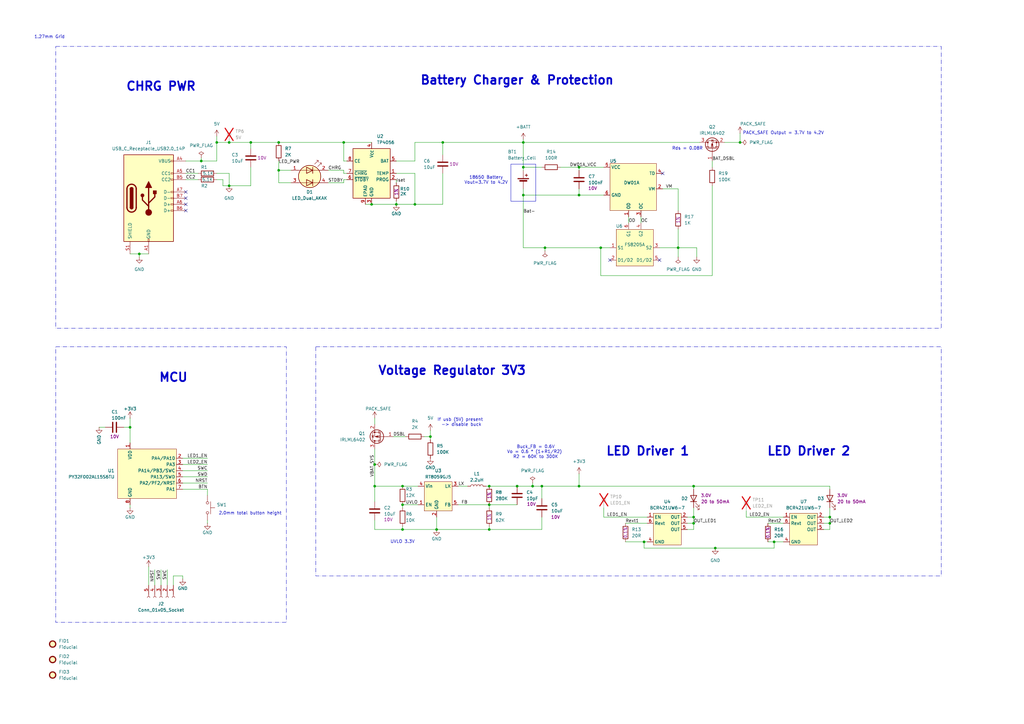
<source format=kicad_sch>
(kicad_sch (version 20250114) (generator "eeschema") (generator_version "9.0")
  (paper "A3")
  (title_block (title "Photon ") (date "2025-12-31") (rev "5") (company "Bike LED Schematic"))
  (lib_symbols
    (symbol "Battery_Management:TP4056-42-ESOP8"
      (property "Reference" "U" (at -6.604 11.684 0))
      (property "Value" "TP4056-42-ESOP8" (at 10.16 11.684 0))
      (symbol "TP4056-42-ESOP8_1_0"
        (pin input line (at -10.16 5.08 0) (length 2.54) (name "CE") (number "8"))
        (pin open_collector line (at -10.16 0 0) (length 2.54) (name "~{CHRG}") (number "7"))
        (pin open_collector line (at -10.16 -2.54 0) (length 2.54) (name "~{STDBY}") (number "6"))
        (pin passive line (at -2.54 -12.7 90) (length 2.54) (name "EPAD") (number "9"))
        (pin power_in line (at 0 12.7 270) (length 2.54) (name "V_{CC}") (number "4"))
        (pin power_in line (at 0 -12.7 90) (length 2.54) (name "GND") (number "3"))
        (pin power_out line (at 10.16 5.08 180) (length 2.54) (name "BAT") (number "5"))
        (pin input line (at 10.16 0 180) (length 2.54) (name "TEMP") (number "1"))
        (pin passive line (at 10.16 -2.54 180) (length 2.54) (name "PROG") (number "2"))
      )
    )
    (symbol "Connector:Conn_01x05_Socket" (pin_names (offset 1.016) (hide yes))
      (property "Reference" "J" (at 0 7.62 0))
      (property "Value" "Conn_01x05_Socket" (at 0 -7.62 0))
      (symbol "Conn_01x05_Socket_1_1"
        (pin passive line (at -5.08 5.08 0) (length 3.81) (name "Pin_1") (number "1"))
        (pin passive line (at -5.08 2.54 0) (length 3.81) (name "Pin_2") (number "2"))
        (pin passive line (at -5.08 0 0) (length 3.81) (name "Pin_3") (number "3"))
        (pin passive line (at -5.08 -2.54 0) (length 3.81) (name "Pin_4") (number "4"))
        (pin passive line (at -5.08 -5.08 0) (length 3.81) (name "Pin_5") (number "5"))
      )
    )
    (symbol "Connector:TestPoint" (pin_numbers (hide yes)) (pin_names (offset 0.762) (hide yes))
      (property "Reference" "TP" (at 0 6.858 0))
      (property "Value" "TestPoint" (at 0 5.08 0))
      (symbol "TestPoint_1_1"
        (pin passive line (at 0 0 90) (length 2.54) (name "1") (number "1"))
      )
    )
    (symbol "Connector:USB_C_Receptacle_USB2.0_14P" (pin_names (offset 1.016))
      (property "Reference" "J" (at 0 22.225 0))
      (property "Value" "USB_C_Receptacle_USB2.0_14P" (at 0 19.685 0))
      (symbol "USB_C_Receptacle_USB2.0_14P_1_1"
        (pin passive line (at -7.62 -22.86 90) (length 5.08) (name "SHIELD") (number "S1"))
        (pin passive line (at 0 -22.86 90) (length 5.08) (name "GND") (number "A1"))
        (pin passive line (at 0 -22.86 90) (length 5.08) (hide yes) (name "GND") (number "A12"))
        (pin passive line (at 0 -22.86 90) (length 5.08) (hide yes) (name "GND") (number "B1"))
        (pin passive line (at 0 -22.86 90) (length 5.08) (hide yes) (name "GND") (number "B12"))
        (pin passive line (at 15.24 15.24 180) (length 5.08) (name "VBUS") (number "A4"))
        (pin passive line (at 15.24 15.24 180) (length 5.08) (hide yes) (name "VBUS") (number "A9"))
        (pin passive line (at 15.24 15.24 180) (length 5.08) (hide yes) (name "VBUS") (number "B4"))
        (pin passive line (at 15.24 15.24 180) (length 5.08) (hide yes) (name "VBUS") (number "B9"))
        (pin bidirectional line (at 15.24 10.16 180) (length 5.08) (name "CC1") (number "A5"))
        (pin bidirectional line (at 15.24 7.62 180) (length 5.08) (name "CC2") (number "B5"))
        (pin bidirectional line (at 15.24 2.54 180) (length 5.08) (name "D-") (number "A7"))
        (pin bidirectional line (at 15.24 0 180) (length 5.08) (name "D-") (number "B7"))
        (pin bidirectional line (at 15.24 -2.54 180) (length 5.08) (name "D+") (number "A6"))
        (pin bidirectional line (at 15.24 -5.08 180) (length 5.08) (name "D+") (number "B6"))
      )
    )
    (symbol "Device:Battery_Cell" (pin_numbers (hide yes)) (pin_names (offset 0) (hide yes))
      (property "Reference" "BT" (at 2.54 2.54 0))
      (property "Value" "Battery_Cell" (at 2.54 0 0))
      (symbol "Battery_Cell_1_1"
        (pin passive line (at 0 5.08 270) (length 2.54) (name "+") (number "1"))
        (pin passive line (at 0 -2.54 90) (length 2.54) (name "-") (number "2"))
      )
    )
    (symbol "Device:C" (pin_numbers (hide yes)) (pin_names (offset 0.254))
      (property "Reference" "C" (at 0.635 2.54 0))
      (property "Value" "C" (at 0.635 -2.54 0))
      (symbol "C_1_1"
        (pin passive line (at 0 3.81 270) (length 2.794) (name "~") (number "1"))
        (pin passive line (at 0 -3.81 90) (length 2.794) (name "~") (number "2"))
      )
    )
    (symbol "Device:L" (pin_numbers (hide yes)) (pin_names (offset 1.016) (hide yes))
      (property "Reference" "L" (at -1.27 0 90))
      (property "Value" "L" (at 1.905 0 90))
      (symbol "L_1_1"
        (pin passive line (at 0 3.81 270) (length 1.27) (name "1") (number "1"))
        (pin passive line (at 0 -3.81 90) (length 1.27) (name "2") (number "2"))
      )
    )
    (symbol "Device:LED" (pin_numbers (hide yes)) (pin_names (offset 1.016) (hide yes))
      (property "Reference" "D" (at 0 2.54 0))
      (property "Value" "LED" (at 0 -2.54 0))
      (symbol "LED_1_1"
        (pin passive line (at -3.81 0 0) (length 2.54) (name "K") (number "1"))
        (pin passive line (at 3.81 0 180) (length 2.54) (name "A") (number "2"))
      )
    )
    (symbol "Device:LED_Dual_AKAK" (pin_names (offset 0) (hide yes))
      (property "Reference" "D1" (at 0 -6.35 0))
      (property "Value" "LED_Dual_AKAK" (at 0 -8.89 0))
      (symbol "LED_Dual_AKAK_1_1"
        (pin input line (at -7.62 2.54 0) (length 3.048) (name "A1") (number "1"))
        (pin input line (at -7.62 -2.54 0) (length 3.048) (name "A2") (number "3"))
        (pin passive line (at 7.62 2.54 180) (length 3.81) (name "K1") (number "2"))
        (pin passive line (at 7.62 -2.54 180) (length 3.81) (name "K2") (number "4"))
      )
    )
    (symbol "Device:R" (pin_numbers (hide yes)) (pin_names (offset 0))
      (property "Reference" "R" (at 2.032 0 90))
      (property "Value" "R" (at 0 0 90))
      (symbol "R_1_1"
        (pin passive line (at 0 3.81 270) (length 1.27) (name "~") (number "1"))
        (pin passive line (at 0 -3.81 90) (length 1.27) (name "~") (number "2"))
      )
    )
    (symbol "Mechanical:Fiducial" (in_bom no)
      (property "Reference" "FID" (at 0 5.08 0))
      (property "Value" "Fiducial" (at 0 3.175 0))
    )
    (symbol "Photon:BCR420UW6-7"
      (property "Reference" "U" (at -5.588 6.35 0))
      (symbol "BCR420UW6-7_1_1"
        (pin input line (at -8.89 3.81 0) (length 2.54) (name "EN") (number "1"))
        (pin input line (at -8.89 1.27 0) (length 2.54) (name "Rext") (number "6"))
        (pin power_in line (at -8.89 -6.35 0) (length 2.54) (name "GND") (number "4"))
        (pin output line (at 7.62 3.81 180) (length 2.54) (name "OUT") (number "2"))
        (pin passive line (at 7.62 1.27 180) (length 2.54) (name "OUT") (number "3"))
        (pin passive line (at 7.62 -1.27 180) (length 2.54) (name "OUT") (number "5"))
      )
    )
    (symbol "Photon:DW01A"
      (property "Reference" "U" (at -3.048 8.89 0))
      (symbol "DW01A_1_1"
        (pin passive line (at -6.35 6.35 0) (length 2.54) (name "VCC") (number "5"))
        (pin passive line (at -6.35 -5.08 0) (length 2.54) (name "GND") (number "6"))
        (pin passive line (at 3.81 -13.97 90) (length 2.54) (name "OD") (number "1"))
        (pin passive line (at 8.89 -13.97 90) (length 2.54) (name "OC") (number "3"))
        (pin passive line (at 17.78 3.81 180) (length 2.54) (name "TD") (number "4"))
        (pin passive line (at 17.78 -2.54 180) (length 2.54) (name "VM") (number "2"))
      )
    )
    (symbol "Photon:FS8205A"
      (property "Reference" "U" (at -7.112 8.636 0))
      (symbol "FS8205A_1_1"
        (pin passive line (at -10.16 0 0) (length 2.54) (name "S1") (number "1"))
        (pin passive line (at -10.16 -5.08 0) (length 2.54) (name "D1/D2") (number "2"))
        (pin input line (at -2.54 10.16 270) (length 2.54) (name "G1") (number "6"))
        (pin input line (at 2.54 10.16 270) (length 2.54) (name "G2") (number "4"))
        (pin passive line (at 10.16 0 180) (length 2.54) (name "S2") (number "3"))
        (pin passive line (at 10.16 -5.08 180) (length 2.54) (name "D1/D2") (number "5"))
      )
    )
    (symbol "Photon:PY32F002AL15S6TU"
      (property "Reference" "U" (at 0.254 2.032 0))
      (symbol "PY32F002AL15S6TU_0_0"
        (pin power_in line (at 5.08 2.54 270) (length 2.54) (name "VDD") (number "1"))
        (pin power_in line (at 5.08 -22.86 90) (length 2.54) (name "GND") (number "8"))
        (pin bidirectional line (at 26.67 -6.35 180) (length 2.54) (name "PA3") (number "3"))
        (pin bidirectional line (at 26.67 -16.51 180) (length 2.54) (name "PA1") (number "7"))
      )
      (symbol "PY32F002AL15S6TU_1_0"
        (pin bidirectional line (at 26.67 -3.81 180) (length 2.54) (name "PA4/PA10") (number "2"))
        (pin bidirectional line (at 26.67 -8.89 180) (length 2.54) (name "PA14/PB3/SWC") (number "4"))
        (pin bidirectional line (at 26.67 -11.43 180) (length 2.54) (name "PA13/SWD") (number "5"))
        (pin bidirectional line (at 26.67 -13.97 180) (length 2.54) (name "PA2/PF2/NRST") (number "6"))
      )
    )
    (symbol "Photon:RT8059GJ5"
      (property "Reference" "U" (at -3.556 5.334 0))
      (symbol "RT8059GJ5_1_1"
        (pin power_in line (at -7.62 2.54 0) (length 2.54) (name "Vin") (number "4"))
        (pin input line (at -7.62 -5.08 0) (length 2.54) (name "EN") (number "1"))
        (pin power_in line (at 0 -10.16 90) (length 2.54) (name "GND") (number "2"))
        (pin power_out line (at 8.89 2.54 180) (length 2.54) (name "LX") (number "3"))
        (pin input line (at 8.89 -5.08 180) (length 2.54) (name "FB") (number "5"))
      )
    )
    (symbol "Switch:SW_Push" (pin_numbers (hide yes)) (pin_names (offset 1.016) (hide yes))
      (property "Reference" "SW" (at 1.27 2.54 0))
      (property "Value" "SW_Push" (at 0 -1.524 0))
      (symbol "SW_Push_0_1"
        (pin passive line (at -5.08 0 0) (length 2.54) (name "1") (number "1"))
        (pin passive line (at 5.08 0 180) (length 2.54) (name "2") (number "2"))
      )
    )
    (symbol "Transistor_FET:IRLML6402" (pin_names (hide yes))
      (property "Reference" "Q" (at 5.08 1.905 0))
      (property "Value" "IRLML6402" (at 5.08 0 0))
      (symbol "IRLML6402_1_1"
        (pin input line (at -5.08 0 0) (length 2.54) (name "G") (number "1"))
        (pin passive line (at 2.54 5.08 270) (length 2.54) (name "D") (number "3"))
        (pin passive line (at 2.54 -5.08 90) (length 2.54) (name "S") (number "2"))
      )
    )
    (symbol "power:+3V3" (power) (pin_numbers (hide yes)) (pin_names (offset 0) (hide yes))
      (property "Value" "+3V3" (at 0 3.556 0))
      (symbol "+3V3_1_1"
        (pin power_in line (at 0 0 90) (length 0) (name "~") (number "1"))
      )
    )
    (symbol "power:+BATT" (power) (pin_numbers (hide yes)) (pin_names (offset 0) (hide yes))
      (property "Value" "+BATT" (at 0 3.556 0))
      (symbol "+BATT_1_1"
        (pin power_in line (at 0 0 90) (length 0) (name "~") (number "1"))
      )
    )
    (symbol "power:GND" (power) (pin_numbers (hide yes)) (pin_names (offset 0) (hide yes))
      (property "Value" "GND" (at 0 -3.81 0))
      (symbol "GND_1_1"
        (pin power_in line (at 0 0 270) (length 0) (name "~") (number "1"))
      )
    )
    (symbol "power:PWR_FLAG" (power) (pin_numbers (hide yes)) (pin_names (offset 0) (hide yes))
      (property "Value" "PWR_FLAG" (at 0 3.81 0))
      (symbol "PWR_FLAG_0_0"
        (pin power_out line (at 0 0 90) (length 0) (name "~") (number "1"))
      )
    )
    (symbol "power:VCC" (power) (pin_numbers (hide yes)) (pin_names (offset 0) (hide yes))
      (property "Value" "VCC" (at 0 3.556 0))
      (symbol "VCC_1_1"
        (pin power_in line (at 0 0 90) (length 0) (name "~") (number "1"))
      )
    )
  )
  (rectangle (start 22.86 19.05) (end 386.08 134.62) (stroke (width 0) (type dash_dot)))
  (rectangle (start 209.55 67.31) (end 219.71 82.55))
  (rectangle (start 129.54 142.24) (end 386.08 236.22) (stroke (width 0) (type dash_dot)))
  (rectangle (start 22.86 142.24) (end 117.475 255.27) (stroke (width 0) (type dash_dot)))
  (text "2.0mm total button height\n" (at 102.616 210.566 0) (effects (font (size 1.27 1.27))))
  (text "CHRG PWR\n" (at 66.04 35.56 0) (effects (font (size 3.54 3.54) (thickness 0.708) (bold yes))))
  (text "Battery Charger & Protection" (at 212.09 33.02 0) (effects (font (size 3.54 3.54) (thickness 0.708) (bold yes))))
  (text "Voltage Regulator 3V3\n\n" (at 185.42 154.94 0) (effects (font (size 3.54 3.54) (thickness 0.708) (bold yes))))
  (text "UVLO 3.3V\n" (at 165.1 222.25 0) (effects (font (size 1.27 1.27))))
  (text "If usb (5V) present \n-> disable buck" (at 189.23 173.228 0) (effects (font (size 1.27 1.27))))
  (text "MCU" (at 71.12 154.94 0) (effects (font (size 3.54 3.54) (thickness 0.708) (bold yes))))
  (text "LED Driver 2\n" (at 331.724 185.166 0) (effects (font (size 3.54 3.54) (thickness 0.708) (bold yes))))
  (text "LED Driver 1\n" (at 265.684 185.166 0) (effects (font (size 3.54 3.54) (thickness 0.708) (bold yes))))
  (text "18650 Battery\nVout=3.7V to 4.2V\n\n" (at 199.39 74.93 0) (effects (font (size 1.27 1.27))))
  (text "Rds = 0.08R\n" (at 281.94 60.96 0) (effects (font (size 1.27 1.27))))
  (text "1.27mm Grid\n" (at 20.32 15.24 0) (effects (font (size 1.27 1.27))))
  (text "PACK_SAFE Output = 3.7V to 4.2V" (at 321.31 54.61 0) (effects (font (size 1.27 1.27))))
  (text "Buck_FB = 0.6V\nVo = 0.6 * (1+R1/R2) \nR2 = 60K to 300K" (at 219.71 185.42 0) (effects (font (size 1.27 1.27))))
  (junction (at 165.1 207.01))
  (junction (at 53.34 175.26))
  (junction (at 246.38 101.6))
  (junction (at 114.3 69.85))
  (junction (at 153.67 190.5))
  (junction (at 200.66 199.39))
  (junction (at 284.48 212.09))
  (junction (at 237.49 199.39))
  (junction (at 82.55 66.04))
  (junction (at 317.5 222.25))
  (junction (at 340.36 214.63))
  (junction (at 153.67 199.39))
  (junction (at 88.9 58.42))
  (junction (at 162.56 83.82))
  (junction (at 165.1 217.17))
  (junction (at 212.09 199.39))
  (junction (at 237.49 68.58))
  (junction (at 278.13 101.6))
  (junction (at 284.48 214.63))
  (junction (at 214.63 68.58))
  (junction (at 214.63 80.01))
  (junction (at 214.63 58.42))
  (junction (at 200.66 207.01))
  (junction (at 293.37 224.79))
  (junction (at 200.66 217.17))
  (junction (at 223.52 101.6))
  (junction (at 179.07 217.17))
  (junction (at 222.25 199.39))
  (junction (at 114.3 58.42))
  (junction (at 237.49 80.01))
  (junction (at 181.61 58.42))
  (junction (at 152.4 83.82))
  (junction (at 140.97 58.42))
  (junction (at 102.87 58.42))
  (junction (at 165.1 199.39))
  (junction (at 93.98 58.42))
  (junction (at 284.48 199.39))
  (junction (at 170.18 83.82))
  (junction (at 57.15 104.14))
  (junction (at 264.16 222.25))
  (junction (at 303.53 58.42))
  (junction (at 340.36 212.09))
  (junction (at 93.98 76.2))
  (junction (at 218.44 199.39))
  (junction (at 176.53 179.07))
  (no_connect (at 76.2 78.74))
  (no_connect (at 76.2 81.28))
  (no_connect (at 250.19 106.68))
  (no_connect (at 76.2 83.82))
  (no_connect (at 270.51 106.68))
  (no_connect (at 271.78 71.12))
  (no_connect (at 76.2 86.36))
  (wire (pts (xy 93.98 58.42) (xy 102.87 58.42)))
  (wire (pts (xy 142.24 71.12) (xy 140.97 71.12)))
  (wire (pts (xy 149.86 83.82) (xy 152.4 83.82)))
  (wire (pts (xy 165.1 199.39) (xy 171.45 199.39)))
  (wire (pts (xy 292.1 113.03) (xy 292.1 76.2)))
  (wire (pts (xy 153.67 171.45) (xy 153.67 173.99)))
  (wire (pts (xy 166.37 179.07) (xy 161.29 179.07)))
  (wire (pts (xy 74.93 190.5) (xy 85.09 190.5)))
  (wire (pts (xy 256.54 214.63) (xy 265.43 214.63)))
  (wire (pts (xy 340.36 199.39) (xy 340.36 200.66)))
  (wire (pts (xy 270.51 101.6) (xy 278.13 101.6)))
  (wire (pts (xy 214.63 58.42) (xy 214.63 68.58)))
  (wire (pts (xy 74.93 237.49) (xy 74.93 236.22)))
  (wire (pts (xy 264.16 222.25) (xy 265.43 222.25)))
  (wire (pts (xy 57.15 104.14) (xy 60.96 104.14)))
  (wire (pts (xy 53.34 104.14) (xy 57.15 104.14)))
  (wire (pts (xy 102.87 58.42) (xy 102.87 60.96)))
  (wire (pts (xy 200.66 199.39) (xy 212.09 199.39)))
  (wire (pts (xy 246.38 113.03) (xy 292.1 113.03)))
  (wire (pts (xy 237.49 68.58) (xy 247.65 68.58)))
  (wire (pts (xy 293.37 224.79) (xy 317.5 224.79)))
  (wire (pts (xy 303.53 54.61) (xy 303.53 58.42)))
  (wire (pts (xy 214.63 80.01) (xy 214.63 101.6)))
  (wire (pts (xy 162.56 83.82) (xy 170.18 83.82)))
  (wire (pts (xy 165.1 207.01) (xy 171.45 207.01)))
  (wire (pts (xy 165.1 208.28) (xy 165.1 207.01)))
  (wire (pts (xy 229.87 68.58) (xy 237.49 68.58)))
  (wire (pts (xy 284.48 214.63) (xy 281.94 214.63)))
  (wire (pts (xy 214.63 58.42) (xy 287.02 58.42)))
  (wire (pts (xy 153.67 190.5) (xy 153.67 199.39)))
  (wire (pts (xy 257.81 88.9) (xy 257.81 91.44)))
  (wire (pts (xy 179.07 217.17) (xy 179.07 212.09)))
  (wire (pts (xy 284.48 212.09) (xy 281.94 212.09)))
  (wire (pts (xy 284.48 212.09) (xy 284.48 214.63)))
  (wire (pts (xy 76.2 73.66) (xy 81.28 73.66)))
  (wire (pts (xy 271.78 77.47) (xy 278.13 77.47)))
  (wire (pts (xy 218.44 199.39) (xy 222.25 199.39)))
  (wire (pts (xy 246.38 101.6) (xy 250.19 101.6)))
  (wire (pts (xy 314.96 222.25) (xy 317.5 222.25)))
  (wire (pts (xy 292.1 68.58) (xy 292.1 66.04)))
  (wire (pts (xy 102.87 76.2) (xy 93.98 76.2)))
  (wire (pts (xy 200.66 207.01) (xy 212.09 207.01)))
  (wire (pts (xy 85.09 195.58) (xy 74.93 195.58)))
  (wire (pts (xy 140.97 58.42) (xy 152.4 58.42)))
  (wire (pts (xy 297.18 58.42) (xy 303.53 58.42)))
  (wire (pts (xy 57.15 105.41) (xy 57.15 104.14)))
  (wire (pts (xy 165.1 217.17) (xy 179.07 217.17)))
  (wire (pts (xy 278.13 86.36) (xy 278.13 77.47)))
  (wire (pts (xy 74.93 200.66) (xy 85.09 200.66)))
  (wire (pts (xy 214.63 80.01) (xy 237.49 80.01)))
  (wire (pts (xy 74.93 187.96) (xy 85.09 187.96)))
  (wire (pts (xy 278.13 101.6) (xy 278.13 105.41)))
  (wire (pts (xy 165.1 217.17) (xy 165.1 215.9)))
  (wire (pts (xy 200.66 217.17) (xy 200.66 215.9)))
  (wire (pts (xy 162.56 74.93) (xy 162.56 73.66)))
  (wire (pts (xy 76.2 66.04) (xy 82.55 66.04)))
  (wire (pts (xy 317.5 222.25) (xy 321.31 222.25)))
  (wire (pts (xy 181.61 58.42) (xy 181.61 63.5)))
  (wire (pts (xy 74.93 193.04) (xy 85.09 193.04)))
  (wire (pts (xy 82.55 66.04) (xy 88.9 66.04)))
  (wire (pts (xy 88.9 58.42) (xy 93.98 58.42)))
  (wire (pts (xy 237.49 199.39) (xy 284.48 199.39)))
  (wire (pts (xy 284.48 208.28) (xy 284.48 212.09)))
  (wire (pts (xy 187.96 199.39) (xy 191.77 199.39)))
  (wire (pts (xy 214.63 68.58) (xy 222.25 68.58)))
  (wire (pts (xy 91.44 73.66) (xy 88.9 73.66)))
  (wire (pts (xy 176.53 176.53) (xy 176.53 179.07)))
  (wire (pts (xy 71.12 236.22) (xy 71.12 240.03)))
  (wire (pts (xy 212.09 199.39) (xy 218.44 199.39)))
  (wire (pts (xy 340.36 208.28) (xy 340.36 212.09)))
  (wire (pts (xy 247.65 212.09) (xy 265.43 212.09)))
  (wire (pts (xy 134.62 74.93) (xy 140.97 74.93)))
  (wire (pts (xy 91.44 76.2) (xy 91.44 73.66)))
  (wire (pts (xy 187.96 207.01) (xy 200.66 207.01)))
  (wire (pts (xy 140.97 58.42) (xy 140.97 66.04)))
  (wire (pts (xy 93.98 76.2) (xy 93.98 71.12)))
  (wire (pts (xy 256.54 222.25) (xy 264.16 222.25)))
  (wire (pts (xy 119.38 69.85) (xy 114.3 69.85)))
  (wire (pts (xy 82.55 64.77) (xy 82.55 66.04)))
  (wire (pts (xy 306.07 209.55) (xy 306.07 212.09)))
  (wire (pts (xy 223.52 101.6) (xy 223.52 102.87)))
  (wire (pts (xy 152.4 83.82) (xy 162.56 83.82)))
  (wire (pts (xy 278.13 93.98) (xy 278.13 101.6)))
  (wire (pts (xy 214.63 68.58) (xy 214.63 69.85)))
  (wire (pts (xy 85.09 203.2) (xy 85.09 200.66)))
  (wire (pts (xy 176.53 180.34) (xy 176.53 179.07)))
  (wire (pts (xy 91.44 76.2) (xy 93.98 76.2)))
  (wire (pts (xy 53.34 171.45) (xy 53.34 175.26)))
  (wire (pts (xy 170.18 83.82) (xy 181.61 83.82)))
  (wire (pts (xy 218.44 198.12) (xy 218.44 199.39)))
  (wire (pts (xy 88.9 71.12) (xy 93.98 71.12)))
  (wire (pts (xy 317.5 224.79) (xy 317.5 222.25)))
  (wire (pts (xy 285.75 101.6) (xy 285.75 105.41)))
  (wire (pts (xy 102.87 58.42) (xy 114.3 58.42)))
  (wire (pts (xy 50.8 175.26) (xy 53.34 175.26)))
  (wire (pts (xy 140.97 71.12) (xy 140.97 69.85)))
  (wire (pts (xy 88.9 55.88) (xy 88.9 58.42)))
  (wire (pts (xy 200.66 208.28) (xy 200.66 207.01)))
  (wire (pts (xy 199.39 199.39) (xy 200.66 199.39)))
  (wire (pts (xy 88.9 58.42) (xy 88.9 66.04)))
  (wire (pts (xy 284.48 214.63) (xy 284.48 217.17)))
  (wire (pts (xy 214.63 77.47) (xy 214.63 80.01)))
  (wire (pts (xy 170.18 66.04) (xy 170.18 58.42)))
  (wire (pts (xy 40.64 175.26) (xy 43.18 175.26)))
  (wire (pts (xy 162.56 71.12) (xy 170.18 71.12)))
  (wire (pts (xy 153.67 205.74) (xy 153.67 199.39)))
  (wire (pts (xy 181.61 58.42) (xy 214.63 58.42)))
  (wire (pts (xy 140.97 73.66) (xy 142.24 73.66)))
  (wire (pts (xy 340.36 217.17) (xy 337.82 217.17)))
  (wire (pts (xy 246.38 101.6) (xy 246.38 113.03)))
  (wire (pts (xy 173.99 179.07) (xy 176.53 179.07)))
  (wire (pts (xy 170.18 71.12) (xy 170.18 83.82)))
  (wire (pts (xy 222.25 217.17) (xy 222.25 212.09)))
  (wire (pts (xy 264.16 224.79) (xy 293.37 224.79)))
  (wire (pts (xy 237.49 194.31) (xy 237.49 199.39)))
  (wire (pts (xy 284.48 199.39) (xy 340.36 199.39)))
  (wire (pts (xy 119.38 74.93) (xy 114.3 74.93)))
  (wire (pts (xy 222.25 199.39) (xy 237.49 199.39)))
  (wire (pts (xy 340.36 212.09) (xy 340.36 214.63)))
  (wire (pts (xy 134.62 69.85) (xy 140.97 69.85)))
  (wire (pts (xy 140.97 66.04) (xy 142.24 66.04)))
  (wire (pts (xy 340.36 212.09) (xy 337.82 212.09)))
  (wire (pts (xy 222.25 204.47) (xy 222.25 199.39)))
  (wire (pts (xy 53.34 207.01) (xy 53.34 208.28)))
  (wire (pts (xy 340.36 214.63) (xy 340.36 217.17)))
  (wire (pts (xy 74.93 236.22) (xy 71.12 236.22)))
  (wire (pts (xy 262.89 88.9) (xy 262.89 91.44)))
  (wire (pts (xy 314.96 214.63) (xy 321.31 214.63)))
  (wire (pts (xy 53.34 175.26) (xy 53.34 181.61)))
  (wire (pts (xy 340.36 214.63) (xy 337.82 214.63)))
  (wire (pts (xy 162.56 83.82) (xy 162.56 82.55)))
  (wire (pts (xy 237.49 68.58) (xy 237.49 69.85)))
  (wire (pts (xy 85.09 198.12) (xy 74.93 198.12)))
  (wire (pts (xy 278.13 101.6) (xy 285.75 101.6)))
  (wire (pts (xy 170.18 58.42) (xy 181.61 58.42)))
  (wire (pts (xy 85.09 214.63) (xy 85.09 213.36)))
  (wire (pts (xy 214.63 57.15) (xy 214.63 58.42)))
  (wire (pts (xy 114.3 58.42) (xy 140.97 58.42)))
  (wire (pts (xy 66.04 233.68) (xy 66.04 240.03)))
  (wire (pts (xy 114.3 66.04) (xy 114.3 69.85)))
  (wire (pts (xy 153.67 184.15) (xy 153.67 190.5)))
  (wire (pts (xy 114.3 69.85) (xy 114.3 74.93)))
  (wire (pts (xy 63.5 233.68) (xy 63.5 240.03)))
  (wire (pts (xy 102.87 68.58) (xy 102.87 76.2)))
  (wire (pts (xy 179.07 217.17) (xy 200.66 217.17)))
  (wire (pts (xy 237.49 80.01) (xy 247.65 80.01)))
  (wire (pts (xy 264.16 224.79) (xy 264.16 222.25)))
  (wire (pts (xy 153.67 217.17) (xy 165.1 217.17)))
  (wire (pts (xy 284.48 217.17) (xy 281.94 217.17)))
  (wire (pts (xy 60.96 232.41) (xy 60.96 240.03)))
  (wire (pts (xy 76.2 71.12) (xy 81.28 71.12)))
  (wire (pts (xy 153.67 217.17) (xy 153.67 213.36)))
  (wire (pts (xy 247.65 208.28) (xy 247.65 212.09)))
  (wire (pts (xy 284.48 199.39) (xy 284.48 200.66)))
  (wire (pts (xy 237.49 77.47) (xy 237.49 80.01)))
  (wire (pts (xy 200.66 217.17) (xy 222.25 217.17)))
  (wire (pts (xy 181.61 83.82) (xy 181.61 71.12)))
  (wire (pts (xy 68.58 233.68) (xy 68.58 240.03)))
  (wire (pts (xy 306.07 212.09) (xy 321.31 212.09)))
  (wire (pts (xy 153.67 199.39) (xy 165.1 199.39)))
  (wire (pts (xy 223.52 101.6) (xy 214.63 101.6)))
  (wire (pts (xy 223.52 101.6) (xy 246.38 101.6)))
  (wire (pts (xy 162.56 66.04) (xy 170.18 66.04)))
  (wire (pts (xy 140.97 74.93) (xy 140.97 73.66)))
  (label "OUT_LED2" (at 340.36 214.63 0))
  (label "FB" (at 189.23 207.01 0))
  (label "VBAT_SYS" (at 153.67 195.58 90))
  (label "BAT_DSBL" (at 292.1 66.04 0))
  (label "LED_PWR" (at 114.3 67.31 0))
  (label "DW01A_VCC" (at 233.68 68.58 0))
  (label "VM" (at 273.05 77.47 0))
  (label "UVLO" (at 166.37 207.01 0))
  (label "Rext2" (at 314.96 214.63 0))
  (label "OC" (at 262.89 91.44 0))
  (label "Rext1" (at 256.54 214.63 0))
  (label "SWC" (at 68.58 233.68 270))
  (label "SWD" (at 85.09 195.58 180))
  (label "Iset" (at 162.56 74.93 0))
  (label "NRST" (at 85.09 198.12 180))
  (label "LX" (at 187.96 199.39 0))
  (label "Bat-" (at 214.63 87.63 0))
  (label "STDBY" (at 134.62 74.93 0))
  (label "LED1_EN" (at 248.92 212.09 0))
  (label "NRST" (at 63.5 233.68 270))
  (label "OD" (at 257.81 91.44 0))
  (label "LED2_EN" (at 85.09 190.5 180))
  (label "CC2" (at 76.2 73.66 0))
  (label "SWC" (at 85.09 193.04 180))
  (label "OUT_LED1" (at 284.48 214.63 0))
  (label "SWD" (at 66.04 233.68 270))
  (label "CHRG" (at 134.62 69.85 0))
  (label "LED2_EN" (at 307.34 212.09 0))
  (label "DSBL" (at 161.29 179.07 0))
  (label "LED1_EN" (at 85.09 187.96 180))
  (label "BTN" (at 85.09 200.66 180))
  (label "CC1" (at 76.2 71.12 0))
  (symbol (lib_id "Photon:RT8059GJ5") (at 179.07 201.93 0) (unit 1)
    (property "Reference" "U3" (at 179.705 193.04 0))
    (property "Value" "RT8059GJ5" (at 179.705 195.58 0))
    (property "Footprint" "Package_TO_SOT_SMD:SOT-23-5" (effects (hide yes)))
    (property "Datasheet" "https://jlcpcb.com/api/file/downloadByFileSystemAccessId/8586172157412192256" (effects (hide yes)))
    (property "Supplier " "https://jlcpcb.com/partdetail/RichtekTech-RT8059GJ5/C20542" (effects (hide yes)))
  )
  (symbol (lib_id "Device:R") (at 256.54 218.44 0) (unit 1)
    (property "Reference" "R13" (at 259.08 217.1699 0) (effects (justify left)))
    (property "Value" "20R" (at 259.08 219.7099 0) (effects (justify left)))
    (property "Footprint" "Resistor_SMD:R_0603_1608Metric" (effects (hide yes)))
    (property "Datasheet" "https://jlcpcb.com/partdetail/YAGEO-RT0603BRD076R65L/C861543" (effects (hide yes)))
    (property "Description" "Resistor" (effects (hide yes)))
    (property "Tolerance " "0.1%" (at 256.54 218.44 90))
  )
  (symbol (lib_id "Battery_Management:TP4056-42-ESOP8") (at 152.4 71.12 0) (unit 1)
    (property "Reference" "U2" (at 154.5433 55.88 0) (effects (justify left)))
    (property "Value" "TP4056" (at 154.5433 58.42 0) (effects (justify left)))
    (property "Footprint" "Package_SO:SOIC-8-1EP_3.9x4.9mm_P1.27mm_EP2.41x3.3mm" (effects (hide yes)))
    (property "Datasheet" "https://www.lcsc.com/datasheet/C725790.pdf" (effects (hide yes)))
    (property "Description" "1A Standalone Linear Li-ion/LiPo single-cell battery charger, 4.2V ±1% charge voltage, VCC = 4.0..8.0V, SOIC-8 (SOP-8)" (effects (hide yes)))
  )
  (symbol (lib_id "power:GND") (at 179.07 217.17 0) (unit 1)
    (property "Reference" "#PWR017" (effects (hide yes)))
    (property "Value" "GND" (at 179.07 220.98 0))
    (property "Description" "Power symbol creates a global label with name \"GND\" , ground" (effects (hide yes)))
  )
  (symbol (lib_id "Device:C") (at 153.67 209.55 180) (unit 1)
    (property "Reference" "C2" (at 157.48 208.2799 0) (effects (justify right)))
    (property "Value" "10uF" (at 157.48 210.8199 0) (effects (justify right)))
    (property "Footprint" "Capacitor_SMD:C_0603_1608Metric" (effects (hide yes)))
    (property "Description" "Unpolarized capacitor" (effects (hide yes)))
    (property "Voltage Rating" "10V" (at 159.258 213.106 0))
  )
  (symbol (lib_id "power:GND") (at 40.64 175.26 0) (unit 1)
    (property "Reference" "#PWR04" (effects (hide yes)))
    (property "Value" "GND" (at 40.64 180.34 90))
    (property "Description" "Power symbol creates a global label with name \"GND\" , ground" (effects (hide yes)))
  )
  (symbol (lib_id "Device:R") (at 165.1 212.09 0) (unit 1)
    (property "Reference" "R6" (at 166.37 210.82 0) (effects (justify left)))
    (property "Value" "10K" (at 166.37 213.36 0) (effects (justify left)))
    (property "Footprint" "Resistor_SMD:R_0603_1608Metric" (effects (hide yes)))
    (property "Description" "Resistor" (effects (hide yes)))
  )
  (symbol (lib_id "Transistor_FET:IRLML6402") (at 156.21 179.07 180) (unit 1)
    (property "Reference" "Q1" (at 149.86 177.7999 0) (effects (justify left)))
    (property "Value" "IRLML6402" (at 149.86 180.3399 0) (effects (justify left)))
    (property "Footprint" "Package_TO_SOT_SMD:SOT-23" (effects (hide yes)))
    (property "Datasheet" "https://www.infineon.com/dgdl/irlml6402pbf.pdf?fileId=5546d462533600a401535668d5c2263c" (effects (hide yes)))
    (property "Description" "-3.7A Id, -20V Vds, 65mOhm Rds, P-Channel HEXFET Power MOSFET, SOT-23" (effects (hide yes)))
  )
  (symbol (lib_id "Device:LED") (at 284.48 204.47 90) (unit 1)
    (property "Reference" "D2" (at 279.4 204.47 90) (effects (justify right)))
    (property "Value" "LED" (effects (hide yes)))
    (property "Footprint" "Photon:3W LED 9mm" (effects (hide yes)))
    (property "Description" "Light emitting diode" (effects (hide yes)))
    (property "Sim.Pins" "1=K 2=A" (effects (hide yes)))
    (property "Vf" "3.0V" (at 289.56 203.2 90))
    (property "If" "20 to 50mA" (at 293.37 205.74 90))
  )
  (symbol (lib_id "power:GND") (at 85.09 214.63 0) (unit 1)
    (property "Reference" "#PWR09" (effects (hide yes)))
    (property "Value" "GND" (at 85.09 218.44 0))
    (property "Description" "Power symbol creates a global label with name \"GND\" , ground" (effects (hide yes)))
  )
  (symbol (lib_id "power:VCC") (at 88.9 55.88 0) (unit 1)
    (property "Reference" "#PWR05" (effects (hide yes)))
    (property "Value" "5V" (at 88.9 50.8 0))
    (property "Description" "Power symbol creates a global label with name \"VCC\"" (effects (hide yes)))
  )
  (symbol (lib_id "power:GND") (at 57.15 105.41 0) (unit 1)
    (property "Reference" "#PWR03" (effects (hide yes)))
    (property "Value" "GND" (at 57.15 110.49 0))
    (property "Description" "Power symbol creates a global label with name \"GND\" , ground" (effects (hide yes)))
  )
  (symbol (lib_id "Mechanical:Fiducial") (at 21.59 270.51 0) (unit 1) (in_bom no)
    (property "Reference" "FID2" (at 24.13 269.2399 0) (effects (justify left)))
    (property "Value" "Fiducial" (at 24.13 271.7799 0) (effects (justify left)))
    (property "Footprint" "Fiducial:Fiducial_0.5mm_Mask1.5mm" (effects (hide yes)))
    (property "Description" "Fiducial Marker" (effects (hide yes)))
  )
  (symbol (lib_id "power:GND") (at 293.37 224.79 0) (unit 1)
    (property "Reference" "#PWR029" (effects (hide yes)))
    (property "Value" "GND" (at 293.37 229.87 0))
    (property "Description" "Power symbol creates a global label with name \"GND\" , ground" (effects (hide yes)))
  )
  (symbol (lib_id "Device:R") (at 170.18 179.07 90) (unit 1)
    (property "Reference" "R4" (at 170.18 172.72 90))
    (property "Value" "2K" (at 170.18 175.26 90))
    (property "Footprint" "Resistor_SMD:R_0603_1608Metric" (effects (hide yes)))
    (property "Description" "Resistor" (effects (hide yes)))
  )
  (symbol (lib_id "power:GND") (at 93.98 76.2 0) (unit 1)
    (property "Reference" "#PWR07" (effects (hide yes)))
    (property "Value" "GND" (at 93.98 81.28 0))
    (property "Description" "Power symbol creates a global label with name \"GND\" , ground" (effects (hide yes)))
  )
  (symbol (lib_id "power:PWR_FLAG") (at 223.52 102.87 180) (unit 1)
    (property "Reference" "#FLG03" (effects (hide yes)))
    (property "Value" "PWR_FLAG" (at 223.52 107.95 0))
    (property "Description" "Special symbol for telling ERC where power comes from" (effects (hide yes)))
  )
  (symbol (lib_id "Device:R") (at 292.1 72.39 180) (unit 1)
    (property "Reference" "R19" (at 294.64 71.1199 0) (effects (justify right)))
    (property "Value" "100K" (at 294.64 73.6599 0) (effects (justify right)))
    (property "Footprint" "Resistor_SMD:R_0603_1608Metric" (effects (hide yes)))
    (property "Description" "Resistor" (effects (hide yes)))
  )
  (symbol (lib_id "Device:R") (at 165.1 203.2 0) (unit 1)
    (property "Reference" "R3" (at 166.37 200.66 0) (effects (justify left)))
    (property "Value" "12K" (at 166.37 203.2 0) (effects (justify left)))
    (property "Footprint" "Resistor_SMD:R_0603_1608Metric" (effects (hide yes)))
    (property "Description" "Resistor" (effects (hide yes)))
  )
  (symbol (lib_id "power:+BATT") (at 214.63 57.15 0) (unit 1)
    (property "Reference" "#PWR0103" (effects (hide yes)))
    (property "Value" "+BATT" (at 214.63 52.07 0))
    (property "Description" "Power symbol creates a global label with name \"+BATT\"" (effects (hide yes)))
  )
  (symbol (lib_id "Device:C") (at 102.87 64.77 180) (unit 1)
    (property "Reference" "C3" (at 94.996 63.5 0) (effects (justify right)))
    (property "Value" "10uF" (at 94.996 66.04 0) (effects (justify right)))
    (property "Footprint" "Capacitor_SMD:C_0603_1608Metric" (effects (hide yes)))
    (property "Description" "Unpolarized capacitor" (effects (hide yes)))
    (property "Voltage Rating" "10V" (at 107.442 64.77 0))
    (property "Rating" "XR5" (effects (hide yes)))
  )
  (symbol (lib_id "Device:R") (at 176.53 184.15 0) (unit 1)
    (property "Reference" "R5" (at 179.07 182.8799 0) (effects (justify left)))
    (property "Value" "100K" (at 179.07 185.4199 0) (effects (justify left)))
    (property "Footprint" "Resistor_SMD:R_0603_1608Metric" (effects (hide yes)))
    (property "Description" "Resistor" (effects (hide yes)))
  )
  (symbol (lib_id "power:+3V3") (at 53.34 171.45 0) (unit 1)
    (property "Reference" "#PWR01" (effects (hide yes)))
    (property "Value" "+3V3" (at 53.34 167.64 0))
    (property "Description" "Power symbol creates a global label with name \"+3V3\"" (effects (hide yes)))
  )
  (symbol (lib_id "Device:C") (at 181.61 67.31 180) (unit 1)
    (property "Reference" "C6" (at 173.736 66.04 0) (effects (justify right)))
    (property "Value" "10uF" (at 173.736 68.58 0) (effects (justify right)))
    (property "Footprint" "Capacitor_SMD:C_0603_1608Metric" (effects (hide yes)))
    (property "Description" "Unpolarized capacitor" (effects (hide yes)))
    (property "Voltage Rating" "10V" (at 186.182 67.31 0))
  )
  (symbol (lib_id "Transistor_FET:IRLML6402") (at 292.1 60.96 90) (unit 1)
    (property "Reference" "Q2" (at 292.1 52.07 90))
    (property "Value" "IRLML6402" (at 292.1 54.61 90))
    (property "Footprint" "Package_TO_SOT_SMD:SOT-23" (effects (hide yes)))
    (property "Datasheet" "https://www.infineon.com/dgdl/irlml6402pbf.pdf?fileId=5546d462533600a401535668d5c2263c" (effects (hide yes)))
    (property "Description" "-3.7A Id, -20V Vds, 65mOhm Rds, P-Channel HEXFET Power MOSFET, SOT-23" (effects (hide yes)))
  )
  (symbol (lib_id "Device:R") (at 314.96 218.44 0) (unit 1)
    (property "Reference" "R16" (at 317.5 217.1699 0) (effects (justify left)))
    (property "Value" "20R" (at 317.5 219.7099 0) (effects (justify left)))
    (property "Footprint" "Resistor_SMD:R_0603_1608Metric" (effects (hide yes)))
    (property "Datasheet" "https://jlcpcb.com/partdetail/YAGEO-RT0603BRD076R65L/C861543" (effects (hide yes)))
    (property "Description" "Resistor" (effects (hide yes)))
    (property "Tolerance" "0.1%" (at 314.96 218.44 90))
  )
  (symbol (lib_id "Connector:TestPoint") (at 306.07 209.55 0) (unit 1) (on_board no) (dnp yes)
    (property "Reference" "TP11" (at 308.61 204.9779 0) (effects (justify left)))
    (property "Value" "LED2_EN" (at 308.61 207.5179 0) (effects (justify left)))
    (property "Footprint" "TestPoint:TestPoint_THTPad_D1.0mm_Drill0.5mm" (effects (hide yes)))
    (property "Datasheet" "https://jlcpcb.com/api/file/downloadByFileSystemAccessId/8590894748973035520" (effects (hide yes)))
    (property "Description" "test point" (effects (hide yes)))
  )
  (symbol (lib_id "Device:R") (at 278.13 90.17 180) (unit 1)
    (property "Reference" "R17" (at 280.67 88.9 0) (effects (justify right)))
    (property "Value" "1K" (at 280.67 91.44 0) (effects (justify right)))
    (property "Footprint" "Resistor_SMD:R_0603_1608Metric" (effects (hide yes)))
    (property "Description" "Resistor" (effects (hide yes)))
    (property "Tolerance" "1%" (at 278.13 90.17 90))
  )
  (symbol (lib_id "power:+BATT") (at 303.53 54.61 0) (unit 1)
    (property "Reference" "#PWR031" (effects (hide yes)))
    (property "Value" "PACK_SAFE" (at 303.53 50.8 0) (effects (justify left)))
  )
  (symbol (lib_id "power:+3V3") (at 60.96 232.41 0) (unit 1)
    (property "Reference" "#PWR0101" (effects (hide yes)))
    (property "Value" "+3V3" (at 60.96 228.6 0))
    (property "Description" "Power symbol creates a global label with name \"+3V3\"" (effects (hide yes)))
  )
  (symbol (lib_id "Photon:FS8205A") (at 260.35 101.6 0) (unit 1)
    (property "Reference" "U6" (at 254 92.71 0))
    (property "Value" "FS8205A" (at 260.35 100.33 0))
    (property "Footprint" "Package_TO_SOT_SMD:SOT-23-6" (effects (hide yes)))
    (property "Datasheet" "https://www.lcsc.com/product-detail/C2830320.html" (effects (hide yes)))
  )
  (symbol (lib_id "power:PWR_FLAG") (at 153.67 190.5 270) (unit 1)
    (property "Reference" "#FLG04" (effects (hide yes)))
    (property "Value" "PWR_FLAG" (at 157.48 190.4999 90) (effects (justify left)))
    (property "Description" "Special symbol for telling ERC where power comes from" (effects (hide yes)))
  )
  (symbol (lib_id "power:GND") (at 53.34 208.28 0) (unit 1)
    (property "Reference" "#PWR02" (effects (hide yes)))
    (property "Value" "GND" (at 53.34 212.09 0))
    (property "Description" "Power symbol creates a global label with name \"GND\" , ground" (effects (hide yes)))
  )
  (symbol (lib_id "Device:R") (at 85.09 73.66 90) (unit 1)
    (property "Reference" "R2" (at 83.82 76.2 90))
    (property "Value" "5.1K" (at 85.09 73.66 90))
    (property "Footprint" "Resistor_SMD:R_0603_1608Metric" (effects (hide yes)))
    (property "Description" "Resistor" (effects (hide yes)))
  )
  (symbol (lib_id "Device:C") (at 237.49 73.66 180) (unit 1)
    (property "Reference" "C7" (at 241.3 72.3899 0) (effects (justify right)))
    (property "Value" "100nF" (at 241.3 74.93 0) (effects (justify right)))
    (property "Footprint" "Capacitor_SMD:C_0603_1608Metric" (effects (hide yes)))
    (property "Description" "Unpolarized capacitor" (effects (hide yes)))
    (property "Voltage Rating" "10V" (at 243.078 77.216 0))
  )
  (symbol (lib_id "Device:L") (at 195.58 199.39 90) (unit 1)
    (property "Reference" "L1" (at 195.58 194.31 90))
    (property "Value" "2.2uH" (at 195.58 196.85 90))
    (property "Footprint" "Photon:SMD 3x3mm Power Inductor" (effects (hide yes)))
    (property "Datasheet" "https://jlcpcb.com/api/file/downloadByFileSystemAccessId/8588935238940966912" (effects (hide yes)))
    (property "Description" "Inductor" (effects (hide yes)))
    (property "Supplier" "https://jlcpcb.com/partdetail/SXN_Shun_Xiang_Nuo_Elec-SM35212R2MT/C9890" (effects (hide yes)))
  )
  (symbol (lib_id "Mechanical:Fiducial") (at 21.59 264.16 0) (unit 1) (in_bom no)
    (property "Reference" "FID1" (at 24.13 262.8899 0) (effects (justify left)))
    (property "Value" "Fiducial" (at 24.13 265.4299 0) (effects (justify left)))
    (property "Footprint" "Fiducial:Fiducial_0.5mm_Mask1.5mm" (effects (hide yes)))
    (property "Description" "Fiducial Marker" (effects (hide yes)))
  )
  (symbol (lib_id "Device:R") (at 162.56 78.74 0) (unit 1)
    (property "Reference" "R10" (at 164.084 77.47 0) (effects (justify left)))
    (property "Value" "2K" (at 164.084 79.502 0) (effects (justify left)))
    (property "Footprint" "Resistor_SMD:R_0603_1608Metric" (effects (hide yes)))
    (property "Description" "Resistor" (effects (hide yes)))
    (property "Tolerance" "1%" (at 162.56 78.74 90))
  )
  (symbol (lib_id "power:GND") (at 162.56 83.82 0) (unit 1)
    (property "Reference" "#PWR024" (effects (hide yes)))
    (property "Value" "GND" (at 162.56 87.63 0))
    (property "Description" "Power symbol creates a global label with name \"GND\" , ground" (effects (hide yes)))
  )
  (symbol (lib_id "power:+3V3") (at 237.49 194.31 0) (unit 1)
    (property "Reference" "#PWR023" (effects (hide yes)))
    (property "Value" "+3V3" (at 237.49 189.23 0))
    (property "Description" "Power symbol creates a global label with name \"+3V3\"" (effects (hide yes)))
  )
  (symbol (lib_id "Photon:DW01A") (at 254 74.93 0) (unit 1)
    (property "Reference" "U5" (at 251.46 66.04 0))
    (property "Value" "DW01A" (at 259.08 74.93 0))
    (property "Footprint" "Package_TO_SOT_SMD:SOT-23-6" (effects (hide yes)))
    (property "Datasheet" "https://www.lcsc.com/product-detail/C351410.html" (effects (hide yes)))
  )
  (symbol (lib_id "power:PWR_FLAG") (at 303.53 58.42 270) (unit 1)
    (property "Reference" "#FLG06" (effects (hide yes)))
    (property "Value" "PWR_FLAG" (at 307.34 58.4199 90) (effects (justify left)))
    (property "Description" "Special symbol for telling ERC where power comes from" (effects (hide yes)))
  )
  (symbol (lib_id "Device:R") (at 114.3 62.23 0) (unit 1)
    (property "Reference" "R7" (at 116.84 60.9599 0) (effects (justify left)))
    (property "Value" "2K" (at 116.84 63.4999 0) (effects (justify left)))
    (property "Footprint" "Resistor_SMD:R_0603_1608Metric" (effects (hide yes)))
    (property "Description" "Resistor" (effects (hide yes)))
  )
  (symbol (lib_id "power:PWR_FLAG") (at 278.13 105.41 180) (unit 1)
    (property "Reference" "#FLG05" (effects (hide yes)))
    (property "Value" "PWR_FLAG" (at 278.13 110.49 0))
    (property "Description" "Special symbol for telling ERC where power comes from" (effects (hide yes)))
  )
  (symbol (lib_id "Device:R") (at 200.66 212.09 0) (unit 1)
    (property "Reference" "R9" (at 203.2 210.8199 0) (effects (justify left)))
    (property "Value" "62K" (at 203.2 213.3599 0) (effects (justify left)))
    (property "Footprint" "Resistor_SMD:R_0603_1608Metric" (effects (hide yes)))
    (property "Description" "Resistor" (effects (hide yes)))
    (property "Tolerance" "1%" (at 200.66 212.09 90))
  )
  (symbol (lib_id "Device:C") (at 222.25 208.28 180) (unit 1)
    (property "Reference" "C5" (at 226.06 207.0099 0) (effects (justify right)))
    (property "Value" "10uF" (at 226.06 209.5499 0) (effects (justify right)))
    (property "Footprint" "Capacitor_SMD:C_0603_1608Metric" (effects (hide yes)))
    (property "Description" "Unpolarized capacitor" (effects (hide yes)))
    (property "Voltage rating" "10V" (at 227.838 212.09 0))
  )
  (symbol (lib_id "Photon:BCR420UW6-7") (at 330.2 215.9 0) (unit 1)
    (property "Reference" "U7" (at 329.565 205.74 0))
    (property "Value" "BCR421UW6-7" (at 329.565 208.28 0))
    (property "Footprint" "Package_TO_SOT_SMD:SOT-23-6" (effects (hide yes)))
    (property "Datasheet" "https://jlcpcb.com/api/file/downloadByFileSystemAccessId/8588901535396454400" (effects (hide yes)))
    (property "Supplier" "https://jlcpcb.com/partdetail/DiodesIncorporated-BCR421UW67/C194382" (effects (hide yes)))
  )
  (symbol (lib_id "Device:Battery_Cell") (at 214.63 74.93 0) (unit 1)
    (property "Reference" "BT1" (at 208.28 62.23 0) (effects (justify left)))
    (property "Value" "Battery_Cell" (at 208.28 64.77 0) (effects (justify left)))
    (property "Footprint" "Photon:Spring Battery TH" (effects (hide yes)))
    (property "Datasheet" "https://www.lcsc.com/product-detail/C2979183.html" (effects (hide yes)))
    (property "Description" "Single-cell battery" (effects (hide yes)))
  )
  (symbol (lib_id "Connector:USB_C_Receptacle_USB2.0_14P") (at 60.96 81.28 0) (unit 1)
    (property "Reference" "J1" (at 60.96 58.42 0))
    (property "Value" "USB_C_Receptacle_USB2.0_14P" (at 60.96 60.96 0))
    (property "Footprint" "Connector_USB:USB_C_Receptacle_HRO_TYPE-C-31-M-17" (effects (hide yes)))
    (property "Datasheet" "https://www.usb.org/sites/default/files/documents/usb_type-c.zip" (effects (hide yes)))
    (property "Description" "USB 2.0-only 14P Type-C Receptacle connector" (effects (hide yes)))
  )
  (symbol (lib_id "Device:C") (at 212.09 203.2 180) (unit 1)
    (property "Reference" "C4" (at 215.9 201.9299 0) (effects (justify right)))
    (property "Value" "10pF" (at 215.9 204.4699 0) (effects (justify right)))
    (property "Footprint" "Capacitor_SMD:C_0603_1608Metric" (effects (hide yes)))
    (property "Description" "Unpolarized capacitor" (effects (hide yes)))
    (property "Voltage" "10V" (at 217.932 206.756 0))
  )
  (symbol (lib_id "power:+BATT") (at 153.67 171.45 0) (unit 1)
    (property "Reference" "#PWR016" (effects (hide yes)))
    (property "Value" "PACK_SAFE" (at 149.86 167.64 0) (effects (justify left)))
    (property "Description" "Power symbol creates a global label with name \"+BATT\"" (effects (hide yes)))
  )
  (symbol (lib_id "Switch:SW_Push") (at 85.09 208.28 270) (unit 1)
    (property "Reference" "SW1" (at 88.9 207.0099 90) (effects (justify left)))
    (property "Value" "TS-1088-AR02016" (effects (hide yes)))
    (property "Footprint" "Photon:5mm Push Button" (effects (hide yes)))
    (property "Datasheet" "https://jlcpcb.com/api/file/downloadByFileSystemAccessId/8588886944068096000" (effects (hide yes)))
    (property "Description" "Push button switch, generic, two pins" (effects (hide yes)))
  )
  (symbol (lib_id "Photon:BCR420UW6-7") (at 274.32 215.9 0) (unit 1)
    (property "Reference" "U4" (at 273.685 205.74 0))
    (property "Value" "BCR421UW6-7" (at 273.685 208.28 0))
    (property "Footprint" "Package_TO_SOT_SMD:SOT-23-6" (effects (hide yes)))
    (property "Datasheet" "https://jlcpcb.com/api/file/downloadByFileSystemAccessId/8588901535396454400" (effects (hide yes)))
    (property "Supplier" "https://jlcpcb.com/partdetail/DiodesIncorporated-BCR421UW67/C194382" (effects (hide yes)))
  )
  (symbol (lib_id "Device:LED") (at 340.36 204.47 90) (unit 1)
    (property "Reference" "D3" (at 335.28 204.47 90) (effects (justify right)))
    (property "Value" "LED" (effects (hide yes)))
    (property "Footprint" "Photon:3W LED 9mm" (effects (hide yes)))
    (property "Description" "Light emitting diode" (effects (hide yes)))
    (property "Sim.Pins" "1=K 2=A" (effects (hide yes)))
    (property "Vf" "3.0V" (at 345.44 203.2 90))
    (property "If" "20 to 50mA" (at 349.25 205.74 90))
  )
  (symbol (lib_id "Device:R") (at 200.66 203.2 0) (unit 1)
    (property "Reference" "R8" (at 203.2 201.9299 0) (effects (justify left)))
    (property "Value" "280K" (at 203.2 204.4699 0) (effects (justify left)))
    (property "Footprint" "Resistor_SMD:R_0603_1608Metric" (effects (hide yes)))
    (property "Description" "Resistor" (effects (hide yes)))
    (property "Tolerance" "1%" (at 200.66 203.2 90))
  )
  (symbol (lib_id "Connector:Conn_01x05_Socket") (at 66.04 245.11 270) (unit 1)
    (property "Reference" "J2" (at 66.04 247.65 90))
    (property "Value" "Conn_01x05_Socket" (at 66.04 250.19 90))
    (property "Footprint" "Connector_PinHeader_2.54mm:PinHeader_1x05_P2.54mm_Vertical" (effects (hide yes)))
    (property "Description" "Generic connector, single row, 01x05, script generated" (effects (hide yes)))
  )
  (symbol (lib_id "power:VCC") (at 176.53 176.53 0) (unit 1)
    (property "Reference" "#PWR034" (effects (hide yes)))
    (property "Value" "5V" (at 176.53 171.45 0))
    (property "Description" "Power symbol creates a global label with name \"VCC\"" (effects (hide yes)))
  )
  (symbol (lib_id "Connector:TestPoint") (at 93.98 58.42 0) (unit 1) (on_board no) (dnp yes)
    (property "Reference" "TP6" (at 96.52 53.8479 0) (effects (justify left)))
    (property "Value" "5V" (at 96.52 56.3879 0) (effects (justify left)))
    (property "Footprint" "TestPoint:TestPoint_THTPad_D1.0mm_Drill0.5mm" (effects (hide yes)))
    (property "Datasheet" "https://jlcpcb.com/api/file/downloadByFileSystemAccessId/8590894748973035520" (effects (hide yes)))
    (property "Description" "test point" (effects (hide yes)))
  )
  (symbol (lib_id "Device:R") (at 226.06 68.58 90) (unit 1)
    (property "Reference" "R14" (at 226.06 62.23 90))
    (property "Value" "100R" (at 226.06 64.77 90))
    (property "Footprint" "Resistor_SMD:R_0603_1608Metric" (effects (hide yes)))
    (property "Description" "Resistor" (effects (hide yes)))
  )
  (symbol (lib_id "Mechanical:Fiducial") (at 21.59 276.86 0) (unit 1) (in_bom no)
    (property "Reference" "FID3" (at 24.13 275.5899 0) (effects (justify left)))
    (property "Value" "Fiducial" (at 24.13 278.1299 0) (effects (justify left)))
    (property "Footprint" "Fiducial:Fiducial_0.5mm_Mask1.5mm" (effects (hide yes)))
    (property "Description" "Fiducial Marker" (effects (hide yes)))
  )
  (symbol (lib_id "power:GND") (at 285.75 105.41 0) (unit 1)
    (property "Reference" "#PWR030" (effects (hide yes)))
    (property "Value" "GND" (at 285.75 110.49 0))
    (property "Description" "Power symbol creates a global label with name \"GND\" , ground" (effects (hide yes)))
  )
  (symbol (lib_id "Connector:TestPoint") (at 247.65 208.28 0) (unit 1) (on_board no) (dnp yes)
    (property "Reference" "TP10" (at 250.19 203.7079 0) (effects (justify left)))
    (property "Value" "LED1_EN" (at 250.19 206.2479 0) (effects (justify left)))
    (property "Footprint" "TestPoint:TestPoint_THTPad_D1.0mm_Drill0.5mm" (effects (hide yes)))
    (property "Datasheet" "https://jlcpcb.com/api/file/downloadByFileSystemAccessId/8590894748973035520" (effects (hide yes)))
    (property "Description" "test point" (effects (hide yes)))
  )
  (symbol (lib_id "Device:C") (at 46.99 175.26 90) (unit 1)
    (property "Reference" "C1" (at 45.72 168.91 90) (effects (justify right)))
    (property "Value" "100nF" (at 45.72 171.45 90) (effects (justify right)))
    (property "Footprint" "Capacitor_SMD:C_0603_1608Metric" (effects (hide yes)))
    (property "Description" "Unpolarized capacitor" (effects (hide yes)))
    (property "Voltage Rating" "10V" (at 46.99 179.07 90))
  )
  (symbol (lib_id "Device:R") (at 85.09 71.12 90) (unit 1)
    (property "Reference" "R1" (at 85.09 68.58 90) (effects (justify left)))
    (property "Value" "5.1K" (at 87.63 71.12 90) (effects (justify left)))
    (property "Footprint" "Resistor_SMD:R_0603_1608Metric" (effects (hide yes)))
    (property "Description" "Resistor" (effects (hide yes)))
  )
  (symbol (lib_id "power:PWR_FLAG") (at 82.55 64.77 0) (unit 1)
    (property "Reference" "#FLG01" (effects (hide yes)))
    (property "Value" "PWR_FLAG" (at 82.55 59.69 0))
    (property "Description" "Special symbol for telling ERC where power comes from" (effects (hide yes)))
  )
  (symbol (lib_id "power:GND") (at 74.93 237.49 0) (unit 1)
    (property "Reference" "#PWR0102" (effects (hide yes)))
    (property "Value" "GND" (at 74.93 241.3 0))
    (property "Description" "Power symbol creates a global label with name \"GND\" , ground" (effects (hide yes)))
  )
  (symbol (lib_id "power:PWR_FLAG") (at 218.44 198.12 0) (unit 1)
    (property "Reference" "#FLG02" (effects (hide yes)))
    (property "Value" "PWR_FLAG" (at 218.44 193.04 0))
    (property "Description" "Special symbol for telling ERC where power comes from" (effects (hide yes)))
  )
  (symbol (lib_id "Device:LED_Dual_AKAK") (at 127 72.39 0) (unit 1)
    (property "Reference" "D1" (at 127 78.74 0))
    (property "Value" "LED_Dual_AKAK" (at 127 81.28 0))
    (property "Footprint" "Photon:3.9mm Bi directional side mount LED" (effects (hide yes)))
    (property "Datasheet" "https://www.lcsc.com/datasheet/C965883.pdf" (effects (hide yes)))
    (property "Description" "Dual LED, cathodes on pins 2 and 4" (effects (hide yes)))
    (property "Supplier" "https://www.lcsc.com/product-detail/C965883.html" (effects (hide yes)))
  )
  (symbol (lib_id "Photon:PY32F002AL15S6TU") (at 48.26 184.15 0) (unit 1)
    (property "Reference" "U1" (at 46.99 193.0399 0) (effects (justify right)))
    (property "Value" "PY32F002AL15S6TU" (at 46.99 195.5799 0) (effects (justify right)))
    (property "Footprint" "Package_SO:SOP-8_3.9x4.9mm_P1.27mm" (effects (hide yes)))
    (property "Datasheet" "https://www.lcsc.com/datasheet/C5292060.pdf" (effects (hide yes)))
    (property "Description" "ARM M0+" (effects (hide yes)))
    (property "Supplier " "https://www.lcsc.com/product-detail/C5292060.html?s_z=n_PIC10F200" (effects (hide yes)))
    (property "Resource 1" "https://py32.org/en/mcu/PY32F002Axx.html#introduction" (effects (hide yes)))
  )
  (symbol (lib_id "power:GND") (at 176.53 187.96 0) (unit 1)
    (property "Reference" "#PWR013" (effects (hide yes)))
    (property "Value" "GND" (at 176.53 191.77 0))
    (property "Description" "Power symbol creates a global label with name \"GND\" , ground" (effects (hide yes)))
  )
)
</source>
